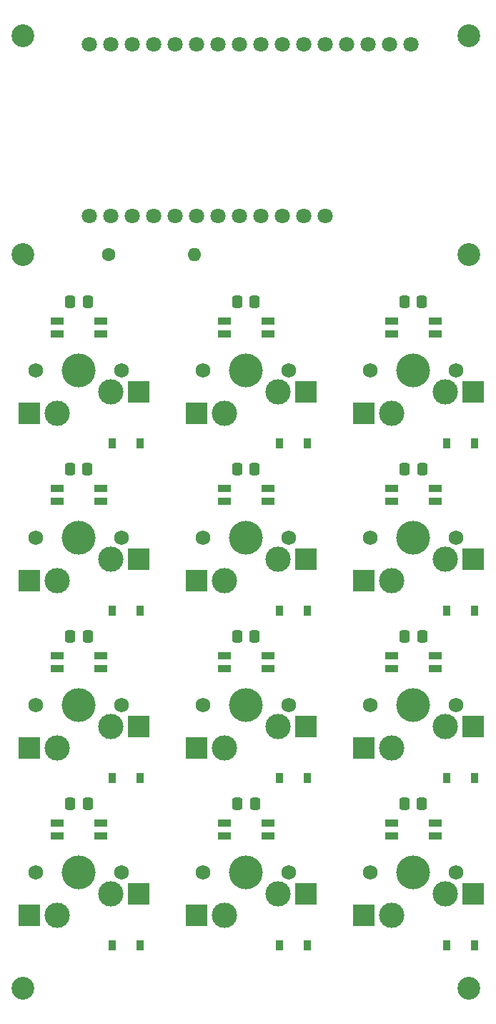
<source format=gbr>
%TF.GenerationSoftware,KiCad,Pcbnew,5.99.0-1.20210824gita02ea16.fc34*%
%TF.CreationDate,2021-08-29T08:53:44+03:00*%
%TF.ProjectId,Macropad,4d616372-6f70-4616-942e-6b696361645f,rev?*%
%TF.SameCoordinates,Original*%
%TF.FileFunction,Soldermask,Bot*%
%TF.FilePolarity,Negative*%
%FSLAX46Y46*%
G04 Gerber Fmt 4.6, Leading zero omitted, Abs format (unit mm)*
G04 Created by KiCad (PCBNEW 5.99.0-1.20210824gita02ea16.fc34) date 2021-08-29 08:53:44*
%MOMM*%
%LPD*%
G01*
G04 APERTURE LIST*
G04 Aperture macros list*
%AMRoundRect*
0 Rectangle with rounded corners*
0 $1 Rounding radius*
0 $2 $3 $4 $5 $6 $7 $8 $9 X,Y pos of 4 corners*
0 Add a 4 corners polygon primitive as box body*
4,1,4,$2,$3,$4,$5,$6,$7,$8,$9,$2,$3,0*
0 Add four circle primitives for the rounded corners*
1,1,$1+$1,$2,$3*
1,1,$1+$1,$4,$5*
1,1,$1+$1,$6,$7*
1,1,$1+$1,$8,$9*
0 Add four rect primitives between the rounded corners*
20,1,$1+$1,$2,$3,$4,$5,0*
20,1,$1+$1,$4,$5,$6,$7,0*
20,1,$1+$1,$6,$7,$8,$9,0*
20,1,$1+$1,$8,$9,$2,$3,0*%
G04 Aperture macros list end*
%ADD10RoundRect,0.082000X-0.718000X0.328000X-0.718000X-0.328000X0.718000X-0.328000X0.718000X0.328000X0*%
%ADD11C,1.600000*%
%ADD12O,1.600000X1.600000*%
%ADD13C,3.000000*%
%ADD14C,1.750000*%
%ADD15C,4.000000*%
%ADD16R,2.550000X2.500000*%
%ADD17C,2.700000*%
%ADD18C,1.800000*%
%ADD19RoundRect,0.250000X0.337500X0.475000X-0.337500X0.475000X-0.337500X-0.475000X0.337500X-0.475000X0*%
%ADD20R,0.900000X1.200000*%
G04 APERTURE END LIST*
D10*
%TO.C,LED1*%
X86300000Y-60718000D03*
X86300000Y-62218000D03*
X91500000Y-62218000D03*
X91500000Y-60718000D03*
%TD*%
%TO.C,LED2*%
X106112000Y-60718000D03*
X106112000Y-62218000D03*
X111312000Y-62218000D03*
X111312000Y-60718000D03*
%TD*%
%TO.C,LED3*%
X125924000Y-60718000D03*
X125924000Y-62218000D03*
X131124000Y-62218000D03*
X131124000Y-60718000D03*
%TD*%
%TO.C,LED4*%
X86300000Y-80530000D03*
X86300000Y-82030000D03*
X91500000Y-82030000D03*
X91500000Y-80530000D03*
%TD*%
%TO.C,LED5*%
X106112000Y-80530000D03*
X106112000Y-82030000D03*
X111312000Y-82030000D03*
X111312000Y-80530000D03*
%TD*%
%TO.C,LED6*%
X125924000Y-80530000D03*
X125924000Y-82030000D03*
X131124000Y-82030000D03*
X131124000Y-80530000D03*
%TD*%
%TO.C,LED7*%
X86300000Y-100342000D03*
X86300000Y-101842000D03*
X91500000Y-101842000D03*
X91500000Y-100342000D03*
%TD*%
%TO.C,LED8*%
X106112000Y-100342000D03*
X106112000Y-101842000D03*
X111312000Y-101842000D03*
X111312000Y-100342000D03*
%TD*%
%TO.C,LED9*%
X125924000Y-100342000D03*
X125924000Y-101842000D03*
X131124000Y-101842000D03*
X131124000Y-100342000D03*
%TD*%
%TO.C,LED10*%
X86300000Y-120154000D03*
X86300000Y-121654000D03*
X91500000Y-121654000D03*
X91500000Y-120154000D03*
%TD*%
%TO.C,LED11*%
X106112000Y-120154000D03*
X106112000Y-121654000D03*
X111312000Y-121654000D03*
X111312000Y-120154000D03*
%TD*%
%TO.C,LED12*%
X125924000Y-120154000D03*
X125924000Y-121654000D03*
X131124000Y-121654000D03*
X131124000Y-120154000D03*
%TD*%
D11*
%TO.C,RLED1*%
X92456000Y-52832000D03*
D12*
X102616000Y-52832000D03*
%TD*%
D13*
%TO.C,SW1*%
X92710000Y-69088000D03*
D14*
X93980000Y-66548000D03*
D15*
X88900000Y-66548000D03*
D14*
X83820000Y-66548000D03*
D13*
X86360000Y-71628000D03*
D16*
X95985000Y-69088000D03*
X83058000Y-71628000D03*
%TD*%
D15*
%TO.C,SW2*%
X108712000Y-66548000D03*
D14*
X103632000Y-66548000D03*
X113792000Y-66548000D03*
D13*
X106172000Y-71628000D03*
X112522000Y-69088000D03*
D16*
X115797000Y-69088000D03*
X102870000Y-71628000D03*
%TD*%
D14*
%TO.C,SW3*%
X123444000Y-66548000D03*
D13*
X132334000Y-69088000D03*
D14*
X133604000Y-66548000D03*
D15*
X128524000Y-66548000D03*
D13*
X125984000Y-71628000D03*
D16*
X135609000Y-69088000D03*
X122682000Y-71628000D03*
%TD*%
D14*
%TO.C,SW4*%
X83820000Y-86360000D03*
D13*
X86360000Y-91440000D03*
D15*
X88900000Y-86360000D03*
D13*
X92710000Y-88900000D03*
D14*
X93980000Y-86360000D03*
D16*
X95985000Y-88900000D03*
X83058000Y-91440000D03*
%TD*%
D14*
%TO.C,SW5*%
X113792000Y-86360000D03*
D13*
X106172000Y-91440000D03*
D14*
X103632000Y-86360000D03*
D13*
X112522000Y-88900000D03*
D15*
X108712000Y-86360000D03*
D16*
X115797000Y-88900000D03*
X102870000Y-91440000D03*
%TD*%
D13*
%TO.C,SW6*%
X132334000Y-88900000D03*
D14*
X123444000Y-86360000D03*
D13*
X125984000Y-91440000D03*
D15*
X128524000Y-86360000D03*
D14*
X133604000Y-86360000D03*
D16*
X135609000Y-88900000D03*
X122682000Y-91440000D03*
%TD*%
D14*
%TO.C,SW7*%
X93980000Y-106172000D03*
X83820000Y-106172000D03*
D13*
X86360000Y-111252000D03*
D15*
X88900000Y-106172000D03*
D13*
X92710000Y-108712000D03*
D16*
X95985000Y-108712000D03*
X83058000Y-111252000D03*
%TD*%
D13*
%TO.C,SW8*%
X112522000Y-108712000D03*
D14*
X103632000Y-106172000D03*
X113792000Y-106172000D03*
D13*
X106172000Y-111252000D03*
D15*
X108712000Y-106172000D03*
D16*
X115797000Y-108712000D03*
X102870000Y-111252000D03*
%TD*%
D15*
%TO.C,SW9*%
X128524000Y-106172000D03*
D14*
X133604000Y-106172000D03*
D13*
X125984000Y-111252000D03*
X132334000Y-108712000D03*
D14*
X123444000Y-106172000D03*
D16*
X135609000Y-108712000D03*
X122682000Y-111252000D03*
%TD*%
D15*
%TO.C,SW10*%
X88900000Y-125984000D03*
D13*
X86360000Y-131064000D03*
X92710000Y-128524000D03*
D14*
X83820000Y-125984000D03*
X93980000Y-125984000D03*
D16*
X95985000Y-128524000D03*
X83058000Y-131064000D03*
%TD*%
D15*
%TO.C,SW11*%
X108712000Y-125984000D03*
D13*
X106172000Y-131064000D03*
D14*
X103632000Y-125984000D03*
D13*
X112522000Y-128524000D03*
D14*
X113792000Y-125984000D03*
D16*
X115797000Y-128524000D03*
X102870000Y-131064000D03*
%TD*%
D14*
%TO.C,SW12*%
X133604000Y-125984000D03*
D15*
X128524000Y-125984000D03*
D14*
X123444000Y-125984000D03*
D13*
X132334000Y-128524000D03*
X125984000Y-131064000D03*
D16*
X135609000Y-128524000D03*
X122682000Y-131064000D03*
%TD*%
D17*
%TO.C,REF\u002A\u002A*%
X135128000Y-52832000D03*
%TD*%
%TO.C,REF\u002A\u002A*%
X82296000Y-52832000D03*
%TD*%
%TO.C,REF\u002A\u002A*%
X82296000Y-139700000D03*
%TD*%
%TO.C,REF\u002A\u002A*%
X135128000Y-139700000D03*
%TD*%
%TO.C,REF\u002A\u002A*%
X82296000Y-26924000D03*
%TD*%
D18*
%TO.C,MCU1*%
X128270000Y-27940000D03*
X125730000Y-27940000D03*
X123190000Y-27940000D03*
X120650000Y-27940000D03*
X118110000Y-27940000D03*
X115570000Y-27940000D03*
X113030000Y-27940000D03*
X110490000Y-27940000D03*
X107950000Y-27940000D03*
X105410000Y-27940000D03*
X102870000Y-27940000D03*
X100330000Y-27940000D03*
X97790000Y-27940000D03*
X95250000Y-27940000D03*
X92710000Y-27940000D03*
X90170000Y-27940000D03*
X90170000Y-48260000D03*
X92710000Y-48260000D03*
X95250000Y-48260000D03*
X97790000Y-48260000D03*
X100330000Y-48260000D03*
X102870000Y-48260000D03*
X105410000Y-48260000D03*
X107950000Y-48260000D03*
X110490000Y-48260000D03*
X113030000Y-48260000D03*
X115570000Y-48260000D03*
X118110000Y-48260000D03*
%TD*%
D17*
%TO.C,REF\u002A\u002A*%
X135128000Y-26924000D03*
%TD*%
D19*
%TO.C,C1*%
X89937500Y-58420000D03*
X87862500Y-58420000D03*
%TD*%
%TO.C,C2*%
X109728000Y-58420000D03*
X107653000Y-58420000D03*
%TD*%
%TO.C,C3*%
X129540000Y-58420000D03*
X127465000Y-58420000D03*
%TD*%
%TO.C,C4*%
X89916000Y-78232000D03*
X87841000Y-78232000D03*
%TD*%
%TO.C,C5*%
X109728000Y-78232000D03*
X107653000Y-78232000D03*
%TD*%
%TO.C,C6*%
X129561500Y-78232000D03*
X127486500Y-78232000D03*
%TD*%
%TO.C,C7*%
X89937500Y-98044000D03*
X87862500Y-98044000D03*
%TD*%
%TO.C,C8*%
X109728000Y-98044000D03*
X107653000Y-98044000D03*
%TD*%
%TO.C,C9*%
X129561500Y-98044000D03*
X127486500Y-98044000D03*
%TD*%
%TO.C,C10*%
X89937500Y-117856000D03*
X87862500Y-117856000D03*
%TD*%
%TO.C,C11*%
X109749500Y-117856000D03*
X107674500Y-117856000D03*
%TD*%
%TO.C,C12*%
X129540000Y-117856000D03*
X127465000Y-117856000D03*
%TD*%
D20*
%TO.C,D1*%
X92838000Y-75184000D03*
X96138000Y-75184000D03*
%TD*%
%TO.C,D2*%
X112650000Y-75184000D03*
X115950000Y-75184000D03*
%TD*%
%TO.C,D3*%
X132462000Y-75184000D03*
X135762000Y-75184000D03*
%TD*%
%TO.C,D4*%
X92838000Y-94996000D03*
X96138000Y-94996000D03*
%TD*%
%TO.C,D5*%
X112650000Y-94996000D03*
X115950000Y-94996000D03*
%TD*%
%TO.C,D6*%
X132462000Y-94996000D03*
X135762000Y-94996000D03*
%TD*%
%TO.C,D7*%
X92838000Y-114808000D03*
X96138000Y-114808000D03*
%TD*%
%TO.C,D8*%
X112650000Y-114808000D03*
X115950000Y-114808000D03*
%TD*%
%TO.C,D9*%
X132462000Y-114808000D03*
X135762000Y-114808000D03*
%TD*%
%TO.C,D10*%
X92838000Y-134620000D03*
X96138000Y-134620000D03*
%TD*%
%TO.C,D11*%
X112650000Y-134620000D03*
X115950000Y-134620000D03*
%TD*%
%TO.C,D12*%
X132462000Y-134620000D03*
X135762000Y-134620000D03*
%TD*%
M02*

</source>
